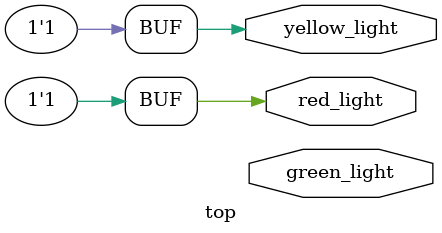
<source format=v>
module top(
  output wire green_light,
  output wire yellow_light,
  output wire red_light
);
  assign red_light = 1'b1;       // tie the pin high
  assign yellow_light = 1'b1;
  assign red_light = 1'b1;
  
endmodule
</source>
